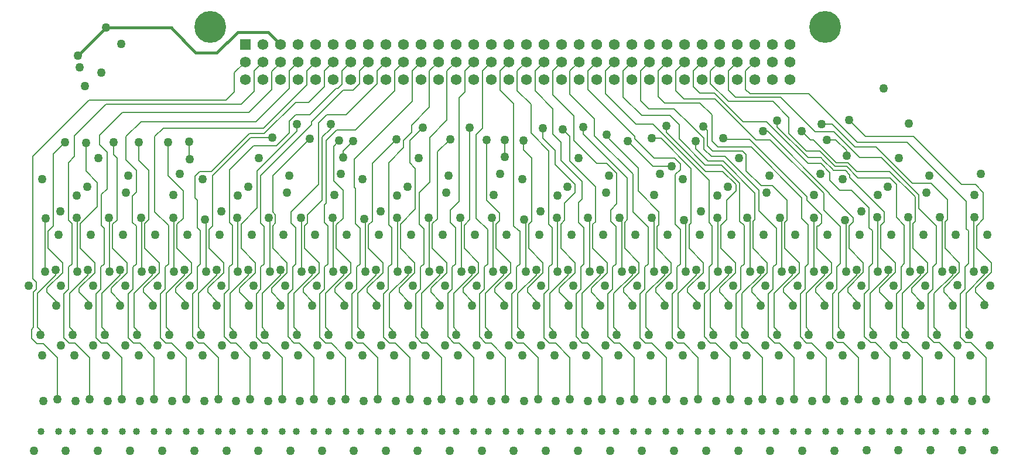
<source format=gbl>
%FSLAX24Y24*%
%MOIN*%
G70*
G01*
G75*
G04 Layer_Physical_Order=6*
G04 Layer_Color=16711680*
%ADD10R,0.0669X0.0433*%
%ADD11R,0.0433X0.0669*%
%ADD12R,0.0354X0.0276*%
%ADD13R,0.0118X0.0197*%
%ADD14R,0.0394X0.0236*%
%ADD15R,0.0197X0.0118*%
%ADD16R,0.0197X0.0354*%
%ADD17R,0.0512X0.0236*%
%ADD18R,0.0354X0.0532*%
%ADD19R,0.0532X0.0532*%
%ADD20R,0.0236X0.0394*%
%ADD21R,0.0374X0.0354*%
%ADD22R,0.0374X0.0354*%
%ADD23C,0.0070*%
%ADD24C,0.0050*%
%ADD25C,0.0051*%
%ADD26C,0.0620*%
%ADD27R,0.0620X0.0620*%
%ADD28C,0.0400*%
%ADD29C,0.1811*%
%ADD30C,0.0500*%
%ADD31C,0.0400*%
%ADD32C,0.0794*%
G04:AMPARAMS|DCode=33|XSize=99.37mil|YSize=99.37mil|CornerRadius=0mil|HoleSize=0mil|Usage=FLASHONLY|Rotation=0.000|XOffset=0mil|YOffset=0mil|HoleType=Round|Shape=Relief|Width=10mil|Gap=10mil|Entries=4|*
%AMTHD33*
7,0,0,0.0994,0.0794,0.0100,45*
%
%ADD33THD33*%
%ADD34C,0.0597*%
%ADD35C,0.1502*%
G04:AMPARAMS|DCode=36|XSize=88mil|YSize=88mil|CornerRadius=0mil|HoleSize=0mil|Usage=FLASHONLY|Rotation=0.000|XOffset=0mil|YOffset=0mil|HoleType=Round|Shape=Relief|Width=10mil|Gap=10mil|Entries=4|*
%AMTHD36*
7,0,0,0.0880,0.0680,0.0100,45*
%
%ADD36THD36*%
%ADD37C,0.0680*%
%ADD38C,0.0150*%
D23*
X53330Y24350D02*
X53378Y24302D01*
X53480Y24200D01*
X55180Y24263D02*
X55185Y24258D01*
X55300Y24143D01*
X51600Y24253D02*
X51605Y24248D01*
X51660Y24193D01*
X44240Y24262D02*
X44255Y24247D01*
X44360Y24142D01*
X46050Y24262D02*
X46060Y24252D01*
X46180Y24132D01*
X20700Y24262D02*
Y24300D01*
Y21190D02*
Y24262D01*
X17030D02*
Y24290D01*
Y21190D02*
Y24262D01*
X66400Y23800D02*
X66770Y24170D01*
X66400Y23800D02*
Y23804D01*
Y22520D02*
Y23800D01*
X45280Y28940D02*
X45620Y28600D01*
X38500Y28700D02*
Y28730D01*
Y25260D02*
Y28700D01*
X40600Y28660D02*
Y28680D01*
Y28130D02*
Y28660D01*
X29940Y22510D02*
Y23850D01*
X24510Y22510D02*
Y23890D01*
X22690Y22510D02*
Y23570D01*
X13540Y22510D02*
Y23500D01*
X13810Y27890D02*
X14480Y28560D01*
X13810Y23770D02*
Y27890D01*
X13540Y23500D02*
X13810Y23770D01*
X15370Y22510D02*
Y23902D01*
X15690Y26910D02*
Y28530D01*
Y26910D02*
X16340Y26260D01*
Y24872D02*
Y26260D01*
X15370Y23902D02*
X16340Y24872D01*
X17200Y22510D02*
Y23880D01*
X17250Y27860D02*
Y28540D01*
Y27860D02*
X17450Y27660D01*
Y24130D02*
Y27660D01*
X17200Y23880D02*
X17450Y24130D01*
X18700Y27510D02*
Y28540D01*
X19040Y22510D02*
Y23932D01*
X18700Y27510D02*
X19256Y26954D01*
Y24148D02*
Y26954D01*
X19040Y23932D02*
X19256Y24148D01*
X20870Y22510D02*
Y23870D01*
X20350Y26650D02*
Y28550D01*
Y26650D02*
X21220Y25780D01*
Y24220D02*
Y25780D01*
X20870Y23870D02*
X21220Y24220D01*
X59130Y29810D02*
X60050Y28890D01*
X62780D01*
X65534Y26136D01*
X66315D01*
X66770Y25681D01*
X64580Y22516D02*
Y24015D01*
X57550Y29580D02*
X58160D01*
X59450Y28290D01*
X60657D01*
X62727Y26220D01*
X63783D01*
X64730Y25273D01*
Y24165D02*
Y25273D01*
X64580Y24015D02*
X64730Y24165D01*
X57850Y28690D02*
X58360D01*
X58980Y28070D01*
Y27780D02*
Y28070D01*
X62760Y22516D02*
Y23920D01*
X56430Y29180D02*
X56920Y28690D01*
X57104D01*
X58404Y27390D01*
X59057D01*
X59547Y26900D01*
X61435D01*
X62890Y25445D01*
Y24050D02*
Y25445D01*
X62760Y23920D02*
X62890Y24050D01*
X55030Y29430D02*
Y29790D01*
Y29430D02*
X56790Y27670D01*
X57520D01*
X57656Y27534D01*
X57666D01*
X58230Y26970D01*
X60940Y22516D02*
Y23830D01*
X58240Y26940D02*
X58910D01*
X59170Y26680D01*
Y26556D02*
Y26680D01*
Y26556D02*
X61134Y24591D01*
Y24024D02*
Y24591D01*
X60940Y23830D02*
X61134Y24024D01*
X54220Y29170D02*
X54480D01*
X57990Y25660D01*
Y25620D02*
Y25660D01*
Y25620D02*
X59350Y24260D01*
Y24010D02*
Y24260D01*
X59140Y23800D02*
X59350Y24010D01*
X59120Y23800D02*
X59140D01*
X51960Y28770D02*
X52010Y28720D01*
X53450D01*
X56720Y25450D01*
Y25240D02*
Y25450D01*
Y25240D02*
X57550Y24410D01*
Y23950D02*
Y24410D01*
X57395Y23795D02*
X57550Y23950D01*
X57290Y23795D02*
X57395D01*
X55470Y22511D02*
Y23999D01*
X50820Y29460D02*
X51070Y29210D01*
Y28340D02*
Y29210D01*
Y28340D02*
X51350Y28060D01*
X53050D01*
X53260Y27850D01*
Y26934D02*
Y27850D01*
Y26934D02*
X54123Y26071D01*
X54770D01*
X55590Y25251D01*
Y24119D02*
Y25251D01*
X55470Y23999D02*
X55590Y24119D01*
X53770Y24155D02*
Y25660D01*
X50380Y28190D02*
Y28630D01*
Y28190D02*
X51098Y27472D01*
X51958D01*
X53770Y25660D01*
X53650Y22511D02*
Y24035D01*
X53770Y24155D01*
X51830Y22511D02*
Y23820D01*
X48730Y29117D02*
Y29480D01*
Y29117D02*
X50946Y26901D01*
X51927D01*
X52680Y26148D01*
Y25790D02*
Y26148D01*
X52150Y25260D02*
X52680Y25790D01*
X52150Y24140D02*
Y25260D01*
X51830Y23820D02*
X52150Y24140D01*
X50010Y22511D02*
Y23840D01*
X47880Y28780D02*
X48410D01*
X50130Y27060D01*
Y23960D02*
Y27060D01*
X50010Y23840D02*
X50130Y23960D01*
X25070Y28830D02*
X26280D01*
X22890Y26650D02*
X25070Y28830D01*
X22890Y23770D02*
Y26650D01*
X22690Y23570D02*
X22890Y23770D01*
X27700Y29180D02*
Y29580D01*
X25430Y26910D02*
X27700Y29180D01*
X25430Y24810D02*
Y26910D01*
X24510Y23890D02*
X25430Y24810D01*
X26320Y26660D02*
X28410Y28750D01*
X26320Y24570D02*
Y26660D01*
Y24570D02*
X26470Y24420D01*
Y23944D02*
Y24420D01*
X26320Y23794D02*
X26470Y23944D01*
X29620Y29320D02*
Y29570D01*
X29140Y28840D02*
X29620Y29320D01*
X29140Y25260D02*
Y28840D01*
X28300Y24420D02*
X29140Y25260D01*
X28300Y23964D02*
Y24420D01*
X28130Y23794D02*
X28300Y23964D01*
X29782Y28332D02*
X30100Y28650D01*
X29782Y26357D02*
Y28332D01*
Y26357D02*
X30320Y25819D01*
Y24230D02*
Y25819D01*
X29940Y23850D02*
X30320Y24230D01*
X58900Y24120D02*
X58950Y24070D01*
Y21196D02*
Y24070D01*
X60740Y24268D02*
X60770Y24238D01*
Y21196D02*
Y24238D01*
X62530Y24268D02*
X62590Y24208D01*
Y21196D02*
Y24208D01*
X64410Y21196D02*
Y24138D01*
X66230Y21200D02*
Y24230D01*
X49730Y24110D02*
X49840Y24000D01*
Y21191D02*
Y24000D01*
X51660Y21191D02*
Y24193D01*
X53480Y21191D02*
Y24200D01*
X55300Y21191D02*
Y24143D01*
X57120Y21191D02*
Y24253D01*
X40610Y24150D02*
X40710Y24050D01*
Y21190D02*
Y24050D01*
X42490Y24262D02*
X42540Y24212D01*
Y21190D02*
Y24212D01*
X44360Y21190D02*
Y24142D01*
X46180Y21190D02*
Y24132D01*
X48010Y21190D02*
Y24150D01*
X38870Y21190D02*
Y24194D01*
X37050Y21190D02*
Y24182D01*
X35230Y21190D02*
Y24172D01*
X33410Y21190D02*
Y24242D01*
X31600Y21190D02*
Y24120D01*
X29770Y21190D02*
Y24220D01*
X27960Y21190D02*
Y24202D01*
X26150Y21190D02*
Y24172D01*
X24340Y21190D02*
Y24232D01*
X22520Y21190D02*
Y24070D01*
X18870Y21190D02*
Y24172D01*
X15200Y21190D02*
Y24252D01*
X13370Y21190D02*
Y24180D01*
X59120Y22516D02*
Y23800D01*
X65010Y20999D02*
Y21296D01*
X63970Y18026D02*
X64130Y17866D01*
X63970Y19959D02*
X65010Y20999D01*
X63970Y18026D02*
Y19959D01*
X64130Y17596D02*
Y17866D01*
X65400Y21136D02*
Y21696D01*
X64580Y22516D02*
X65400Y21696D01*
X64510Y20009D02*
X65020Y19499D01*
X64510Y20246D02*
X65400Y21136D01*
X64510Y20009D02*
Y20246D01*
X65020Y19266D02*
Y19499D01*
X63190Y20999D02*
Y21296D01*
X62150Y18026D02*
X62310Y17866D01*
X62150Y19959D02*
X63190Y20999D01*
X62150Y18026D02*
Y19959D01*
X62310Y17596D02*
Y17866D01*
X63580Y21136D02*
Y21696D01*
X62760Y22516D02*
X63580Y21696D01*
X62690Y20009D02*
X63200Y19499D01*
X62690Y20246D02*
X63580Y21136D01*
X62690Y20009D02*
Y20246D01*
X63200Y19266D02*
Y19499D01*
X61370Y20999D02*
Y21296D01*
X60330Y18026D02*
X60490Y17866D01*
X60330Y19959D02*
X61370Y20999D01*
X60330Y18026D02*
Y19959D01*
X60490Y17596D02*
Y17866D01*
X61760Y21136D02*
Y21696D01*
X60940Y22516D02*
X61760Y21696D01*
X60870Y20009D02*
X61380Y19499D01*
X60870Y20246D02*
X61760Y21136D01*
X60870Y20009D02*
Y20246D01*
X61380Y19266D02*
Y19499D01*
X59550Y20999D02*
Y21296D01*
X58510Y18026D02*
X58670Y17866D01*
X58510Y19959D02*
X59550Y20999D01*
X58510Y18026D02*
Y19959D01*
X58670Y17596D02*
Y17866D01*
X59940Y21136D02*
Y21696D01*
X59120Y22516D02*
X59940Y21696D01*
X59050Y20009D02*
X59560Y19499D01*
X59050Y20246D02*
X59940Y21136D01*
X59050Y20009D02*
Y20246D01*
X59560Y19266D02*
Y19499D01*
X57720Y20994D02*
Y21291D01*
X56680Y18021D02*
X56840Y17861D01*
X56680Y19954D02*
X57720Y20994D01*
X56680Y18021D02*
Y19954D01*
X56840Y17591D02*
Y17861D01*
X58110Y21131D02*
Y21691D01*
X57290Y22511D02*
X58110Y21691D01*
X57220Y20004D02*
X57730Y19494D01*
X57220Y20241D02*
X58110Y21131D01*
X57290Y22511D02*
Y23795D01*
X57220Y20004D02*
Y20241D01*
X57730Y19261D02*
Y19494D01*
X55900Y20994D02*
Y21291D01*
X54860Y18021D02*
X55020Y17861D01*
X54860Y19954D02*
X55900Y20994D01*
X54860Y18021D02*
Y19954D01*
X55020Y17591D02*
Y17861D01*
X56290Y21131D02*
Y21691D01*
X55470Y22511D02*
X56290Y21691D01*
X55400Y20004D02*
X55910Y19494D01*
X55400Y20241D02*
X56290Y21131D01*
X55400Y20004D02*
Y20241D01*
X55910Y19261D02*
Y19494D01*
X54080Y20994D02*
Y21291D01*
X53040Y18021D02*
X53200Y17861D01*
X53040Y19954D02*
X54080Y20994D01*
X53040Y18021D02*
Y19954D01*
X53200Y17591D02*
Y17861D01*
X54470Y21131D02*
Y21691D01*
X53650Y22511D02*
X54470Y21691D01*
X53580Y20004D02*
X54090Y19494D01*
X53580Y20241D02*
X54470Y21131D01*
X53580Y20004D02*
Y20241D01*
X54090Y19261D02*
Y19494D01*
X52260Y20994D02*
Y21291D01*
X51220Y18021D02*
X51380Y17861D01*
X51220Y19954D02*
X52260Y20994D01*
X51220Y18021D02*
Y19954D01*
X51380Y17591D02*
Y17861D01*
X52650Y21131D02*
Y21691D01*
X51830Y22511D02*
X52650Y21691D01*
X51760Y20004D02*
X52270Y19494D01*
X51760Y20241D02*
X52650Y21131D01*
X51760Y20004D02*
Y20241D01*
X52270Y19261D02*
Y19494D01*
X50440Y20994D02*
Y21291D01*
X49400Y18021D02*
X49560Y17861D01*
X49400Y19954D02*
X50440Y20994D01*
X49400Y18021D02*
Y19954D01*
X49560Y17591D02*
Y17861D01*
X50830Y21131D02*
Y21691D01*
X50010Y22511D02*
X50830Y21691D01*
X49940Y20004D02*
X50450Y19494D01*
X49940Y20241D02*
X50830Y21131D01*
X49940Y20004D02*
Y20241D01*
X50450Y19261D02*
Y19494D01*
X48610Y20993D02*
Y21290D01*
X47570Y18020D02*
X47730Y17860D01*
X47570Y19953D02*
X48610Y20993D01*
X47570Y18020D02*
Y19953D01*
X47730Y17590D02*
Y17860D01*
X49000Y21130D02*
Y21690D01*
X48180Y22510D02*
X49000Y21690D01*
X48110Y20003D02*
X48620Y19493D01*
X48110Y20240D02*
X49000Y21130D01*
X48180Y22510D02*
Y23794D01*
X48110Y20003D02*
Y20240D01*
X48620Y19260D02*
Y19493D01*
X46780Y20993D02*
Y21290D01*
X45740Y18020D02*
X45900Y17860D01*
X45740Y19953D02*
X46780Y20993D01*
X45740Y18020D02*
Y19953D01*
X45900Y17590D02*
Y17860D01*
X47170Y21130D02*
Y21690D01*
X46350Y22510D02*
X47170Y21690D01*
X46280Y20003D02*
X46790Y19493D01*
X46280Y20240D02*
X47170Y21130D01*
X46280Y20003D02*
Y20240D01*
X46790Y19260D02*
Y19493D01*
X44960Y20993D02*
Y21290D01*
X43920Y18020D02*
X44080Y17860D01*
X43920Y19953D02*
X44960Y20993D01*
X43920Y18020D02*
Y19953D01*
X44080Y17590D02*
Y17860D01*
X45350Y21130D02*
Y21690D01*
X44530Y22510D02*
X45350Y21690D01*
X44460Y20003D02*
X44970Y19493D01*
X44460Y20240D02*
X45350Y21130D01*
X44460Y20003D02*
Y20240D01*
X44970Y19260D02*
Y19493D01*
X43140Y20993D02*
Y21290D01*
X42100Y18020D02*
X42260Y17860D01*
X42100Y19953D02*
X43140Y20993D01*
X42100Y18020D02*
Y19953D01*
X42260Y17590D02*
Y17860D01*
X43530Y21130D02*
Y21690D01*
X42710Y22510D02*
X43530Y21690D01*
X42640Y20003D02*
X43150Y19493D01*
X42640Y20240D02*
X43530Y21130D01*
X42640Y20003D02*
Y20240D01*
X43150Y19260D02*
Y19493D01*
X41310Y20993D02*
Y21290D01*
X40270Y18020D02*
X40430Y17860D01*
X40270Y19953D02*
X41310Y20993D01*
X40270Y18020D02*
Y19953D01*
X40430Y17590D02*
Y17860D01*
X41700Y21130D02*
Y21690D01*
X40880Y22510D02*
X41700Y21690D01*
X40810Y20003D02*
X41320Y19493D01*
X40810Y20240D02*
X41700Y21130D01*
X40810Y20003D02*
Y20240D01*
X41320Y19260D02*
Y19493D01*
X39470Y20993D02*
Y21290D01*
X38430Y18020D02*
X38590Y17860D01*
X38430Y19953D02*
X39470Y20993D01*
X38430Y18020D02*
Y19953D01*
X38590Y17590D02*
Y17860D01*
X39860Y21130D02*
Y21690D01*
X39040Y22510D02*
X39860Y21690D01*
X38970Y20003D02*
X39480Y19493D01*
X38970Y20240D02*
X39860Y21130D01*
X38970Y20003D02*
Y20240D01*
X39480Y19260D02*
Y19493D01*
X37650Y20993D02*
Y21290D01*
X36610Y18020D02*
X36770Y17860D01*
X36610Y19953D02*
X37650Y20993D01*
X36610Y18020D02*
Y19953D01*
X36770Y17590D02*
Y17860D01*
X38040Y21130D02*
Y21690D01*
X37220Y22510D02*
X38040Y21690D01*
X37150Y20003D02*
X37660Y19493D01*
X37150Y20240D02*
X38040Y21130D01*
X37150Y20003D02*
Y20240D01*
X37660Y19260D02*
Y19493D01*
X35830Y20993D02*
Y21290D01*
X34790Y18020D02*
X34950Y17860D01*
X34790Y19953D02*
X35830Y20993D01*
X34790Y18020D02*
Y19953D01*
X34950Y17590D02*
Y17860D01*
X36220Y21130D02*
Y21690D01*
X35400Y22510D02*
X36220Y21690D01*
X35330Y20003D02*
X35840Y19493D01*
X35330Y20240D02*
X36220Y21130D01*
X35330Y20003D02*
Y20240D01*
X35840Y19260D02*
Y19493D01*
X34010Y20993D02*
Y21290D01*
X32970Y18020D02*
X33130Y17860D01*
X32970Y19953D02*
X34010Y20993D01*
X32970Y18020D02*
Y19953D01*
X33130Y17590D02*
Y17860D01*
X34400Y21130D02*
Y21690D01*
X33580Y22510D02*
X34400Y21690D01*
X33510Y20003D02*
X34020Y19493D01*
X33510Y20240D02*
X34400Y21130D01*
X33510Y20003D02*
Y20240D01*
X34020Y19260D02*
Y19493D01*
X32200Y20993D02*
Y21290D01*
X31160Y18020D02*
X31320Y17860D01*
X31160Y19953D02*
X32200Y20993D01*
X31160Y18020D02*
Y19953D01*
X31320Y17590D02*
Y17860D01*
X32590Y21130D02*
Y21690D01*
X31770Y22510D02*
X32590Y21690D01*
X31700Y20003D02*
X32210Y19493D01*
X31700Y20240D02*
X32590Y21130D01*
X31700Y20003D02*
Y20240D01*
X32210Y19260D02*
Y19493D01*
X30370Y20993D02*
Y21290D01*
X29330Y18020D02*
X29490Y17860D01*
X29330Y19953D02*
X30370Y20993D01*
X29330Y18020D02*
Y19953D01*
X29490Y17590D02*
Y17860D01*
X30760Y21130D02*
Y21690D01*
X29940Y22510D02*
X30760Y21690D01*
X29870Y20003D02*
X30380Y19493D01*
X29870Y20240D02*
X30760Y21130D01*
X29870Y20003D02*
Y20240D01*
X30380Y19260D02*
Y19493D01*
X28560Y20993D02*
Y21290D01*
X27520Y18020D02*
X27680Y17860D01*
X27520Y19953D02*
X28560Y20993D01*
X27520Y18020D02*
Y19953D01*
X27680Y17590D02*
Y17860D01*
X28950Y21130D02*
Y21690D01*
X28130Y22510D02*
X28950Y21690D01*
X28060Y20003D02*
X28570Y19493D01*
X28060Y20240D02*
X28950Y21130D01*
X28130Y22510D02*
Y23794D01*
X28060Y20003D02*
Y20240D01*
X28570Y19260D02*
Y19493D01*
X26750Y20993D02*
Y21290D01*
X25710Y18020D02*
X25870Y17860D01*
X25710Y19953D02*
X26750Y20993D01*
X25710Y18020D02*
Y19953D01*
X25870Y17590D02*
Y17860D01*
X27140Y21130D02*
Y21690D01*
X26320Y22510D02*
X27140Y21690D01*
X26250Y20003D02*
X26760Y19493D01*
X26250Y20240D02*
X27140Y21130D01*
X26320Y22510D02*
Y23794D01*
X26250Y20003D02*
Y20240D01*
X26760Y19260D02*
Y19493D01*
X24940Y20993D02*
Y21290D01*
X23900Y18020D02*
X24060Y17860D01*
X23900Y19953D02*
X24940Y20993D01*
X23900Y18020D02*
Y19953D01*
X24060Y17590D02*
Y17860D01*
X25330Y21130D02*
Y21690D01*
X24510Y22510D02*
X25330Y21690D01*
X24440Y20003D02*
X24950Y19493D01*
X24440Y20240D02*
X25330Y21130D01*
X24440Y20003D02*
Y20240D01*
X24950Y19260D02*
Y19493D01*
X23120Y20993D02*
Y21290D01*
X22080Y18020D02*
X22240Y17860D01*
X22080Y19953D02*
X23120Y20993D01*
X22080Y18020D02*
Y19953D01*
X22240Y17590D02*
Y17860D01*
X23510Y21130D02*
Y21690D01*
X22690Y22510D02*
X23510Y21690D01*
X22620Y20003D02*
X23130Y19493D01*
X22620Y20240D02*
X23510Y21130D01*
X22620Y20003D02*
Y20240D01*
X23130Y19260D02*
Y19493D01*
X21300Y20993D02*
Y21290D01*
X20260Y18020D02*
X20420Y17860D01*
X20260Y19953D02*
X21300Y20993D01*
X20260Y18020D02*
Y19953D01*
X20420Y17590D02*
Y17860D01*
X21690Y21130D02*
Y21690D01*
X20870Y22510D02*
X21690Y21690D01*
X20800Y20003D02*
X21310Y19493D01*
X20800Y20240D02*
X21690Y21130D01*
X20800Y20003D02*
Y20240D01*
X21310Y19260D02*
Y19493D01*
X19470Y20993D02*
Y21290D01*
X18430Y18020D02*
X18590Y17860D01*
X18430Y19953D02*
X19470Y20993D01*
X18430Y18020D02*
Y19953D01*
X18590Y17590D02*
Y17860D01*
X19860Y21130D02*
Y21690D01*
X19040Y22510D02*
X19860Y21690D01*
X18970Y20003D02*
X19480Y19493D01*
X18970Y20240D02*
X19860Y21130D01*
X18970Y20003D02*
Y20240D01*
X19480Y19260D02*
Y19493D01*
X17630Y20993D02*
Y21290D01*
X16590Y18020D02*
X16750Y17860D01*
X16590Y19953D02*
X17630Y20993D01*
X16590Y18020D02*
Y19953D01*
X16750Y17590D02*
Y17860D01*
X18020Y21130D02*
Y21690D01*
X17200Y22510D02*
X18020Y21690D01*
X17130Y20003D02*
X17640Y19493D01*
X17130Y20240D02*
X18020Y21130D01*
X17130Y20003D02*
Y20240D01*
X17640Y19260D02*
Y19493D01*
X15800Y20993D02*
Y21290D01*
X14760Y18020D02*
X14920Y17860D01*
X14760Y19953D02*
X15800Y20993D01*
X14760Y18020D02*
Y19953D01*
X14920Y17590D02*
Y17860D01*
X16190Y21130D02*
Y21690D01*
X15370Y22510D02*
X16190Y21690D01*
X15300Y20003D02*
X15810Y19493D01*
X15300Y20240D02*
X16190Y21130D01*
X15300Y20003D02*
Y20240D01*
X15810Y19260D02*
Y19493D01*
X13970Y20993D02*
Y21290D01*
X12930Y18020D02*
X13090Y17860D01*
X12930Y19953D02*
X13970Y20993D01*
X12930Y18020D02*
Y19953D01*
X13090Y17590D02*
Y17860D01*
X14360Y21130D02*
Y21690D01*
X13540Y22510D02*
X14360Y21690D01*
X13470Y20003D02*
X13980Y19493D01*
X13470Y20240D02*
X14360Y21130D01*
X13470Y20003D02*
Y20240D01*
X13980Y19260D02*
Y19493D01*
X46520Y28620D02*
X47960Y27180D01*
X49010D01*
X39530Y27730D02*
Y28670D01*
X30330Y28050D02*
X30890Y28610D01*
X30330Y27690D02*
Y28050D01*
X65950Y17600D02*
Y17870D01*
X65790Y18030D02*
Y19963D01*
X66830Y21003D01*
X65790Y18030D02*
X65950Y17870D01*
X66830Y21003D02*
Y21300D01*
X66770Y24170D02*
Y25681D01*
X67220Y21140D02*
Y21700D01*
X66840Y19270D02*
Y19503D01*
X66400Y22520D02*
X67220Y21700D01*
X66330Y20013D02*
X66840Y19503D01*
X66330Y20250D02*
X67220Y21140D01*
X66330Y20013D02*
Y20250D01*
X21570Y27610D02*
Y28590D01*
X39040Y23900D02*
X39230Y24090D01*
Y24530D01*
X38500Y25260D02*
X39230Y24530D01*
X39040Y22510D02*
Y23900D01*
X37220Y23830D02*
X37540Y24150D01*
Y29390D01*
X37220Y22510D02*
Y23830D01*
X35400Y23910D02*
X35690Y24200D01*
Y28010D01*
X36410Y28730D01*
X35400Y22510D02*
Y23910D01*
X33580Y23892D02*
X34440Y24752D01*
Y27042D01*
X34110Y27372D02*
X34440Y27042D01*
X34110Y27372D02*
Y28660D01*
X34850Y29400D01*
X33580Y22510D02*
Y23892D01*
X31770Y23850D02*
X31980Y24060D01*
Y27360D01*
X33350Y28730D01*
X31770Y22510D02*
Y23850D01*
X40880Y23876D02*
X41070Y24066D01*
Y27660D01*
X40600Y28130D02*
X41070Y27660D01*
X40880Y22510D02*
Y23876D01*
X44530Y23870D02*
X44690Y24030D01*
X44530Y22510D02*
Y23870D01*
X42710Y23895D02*
X42920Y24105D01*
X42710Y22510D02*
Y23895D01*
X42920Y24105D02*
Y25078D01*
X43540Y25698D01*
X42388Y27290D02*
X43540Y26138D01*
X42388Y27290D02*
Y28082D01*
X41690Y28780D02*
X42388Y28082D01*
X41690Y28780D02*
Y29360D01*
X43540Y25698D02*
Y26138D01*
X44700Y25981D02*
Y26032D01*
X43240Y27492D02*
X44700Y26032D01*
X43240Y27492D02*
Y28870D01*
X42820Y29290D02*
X43240Y28870D01*
X44690Y24030D02*
Y25993D01*
X46350Y23998D02*
X46490Y24138D01*
Y26520D01*
X43990Y29020D02*
X46490Y26520D01*
X43990Y29020D02*
Y29430D01*
X46350Y22510D02*
Y23998D01*
X48180Y23794D02*
X48224D01*
X48290Y23860D01*
Y24589D01*
X47110Y25769D02*
X48290Y24589D01*
X47110Y25769D02*
Y27100D01*
X45620Y28590D02*
X47110Y27100D01*
X45620Y28590D02*
Y28600D01*
D24*
X65800Y23630D02*
X65910Y23520D01*
X65800Y23630D02*
Y25180D01*
Y23626D02*
Y23630D01*
X66930Y13924D02*
Y16300D01*
Y13826D02*
Y13924D01*
X65110Y13920D02*
Y16296D01*
Y13821D02*
Y13920D01*
X63290D02*
Y16296D01*
Y13821D02*
Y13920D01*
X61470D02*
Y16296D01*
Y13821D02*
Y13920D01*
X59650D02*
Y16296D01*
Y13821D02*
Y13920D01*
X57820Y13915D02*
Y16291D01*
Y13817D02*
Y13915D01*
X56000D02*
Y16291D01*
Y13817D02*
Y13915D01*
X54180D02*
Y16291D01*
Y13817D02*
Y13915D01*
X52360D02*
Y16291D01*
Y13817D02*
Y13915D01*
X50540D02*
Y16291D01*
Y13817D02*
Y13915D01*
X48710Y13914D02*
Y16290D01*
Y13816D02*
Y13914D01*
X46880D02*
Y16290D01*
Y13816D02*
Y13914D01*
X45060D02*
Y16290D01*
Y13816D02*
Y13914D01*
X43240D02*
Y16290D01*
Y13816D02*
Y13914D01*
X41410D02*
Y16290D01*
Y13816D02*
Y13914D01*
X39570D02*
Y16290D01*
Y13816D02*
Y13914D01*
X37750D02*
Y16290D01*
Y13816D02*
Y13914D01*
X35930D02*
Y16290D01*
Y13816D02*
Y13914D01*
X34110D02*
Y16290D01*
Y13816D02*
Y13914D01*
X34757Y33117D02*
X34820Y33180D01*
X34250Y32610D02*
X34757Y33117D01*
X32300Y13914D02*
Y16290D01*
Y13816D02*
Y13914D01*
X30470D02*
Y16290D01*
Y13816D02*
Y13914D01*
X28660D02*
Y16290D01*
Y13816D02*
Y13914D01*
X26850D02*
Y16290D01*
Y13816D02*
Y13914D01*
X25040D02*
Y16290D01*
Y13816D02*
Y13914D01*
X23220D02*
Y16290D01*
Y13816D02*
Y13914D01*
X21400D02*
Y16290D01*
Y13816D02*
Y13914D01*
X19570D02*
Y16290D01*
Y13816D02*
Y13914D01*
X26777Y33097D02*
X26840Y33160D01*
X26250Y32570D02*
X26777Y33097D01*
X17730Y13914D02*
Y16290D01*
Y13816D02*
Y13914D01*
X15900D02*
Y16290D01*
Y13816D02*
Y13914D01*
X13267Y17093D02*
X13275Y17085D01*
X14070Y13914D02*
Y16290D01*
Y13816D02*
Y13914D01*
X13246Y17114D02*
X13267Y17093D01*
X13283D01*
X12897D02*
X13267D01*
X29450Y21630D02*
Y23800D01*
X27640Y21630D02*
Y23680D01*
X25830Y21630D02*
Y23760D01*
X24020Y21630D02*
Y23830D01*
X13275Y17085D02*
X14070Y16290D01*
X12600Y17390D02*
X12897Y17093D01*
X12600Y17390D02*
Y17900D01*
X12705Y18005D01*
Y20025D01*
X12650Y20780D02*
Y27750D01*
X12705Y20025D02*
X12860Y20180D01*
Y20570D01*
X12650Y20780D02*
X12860Y20570D01*
X24140Y32514D02*
X24750Y33124D01*
X24140Y31430D02*
Y32514D01*
X23670Y30960D02*
X24140Y31430D01*
X15860Y30960D02*
X23670D01*
X12650Y27750D02*
X15860Y30960D01*
X15030Y27740D02*
Y28920D01*
X25250Y32624D02*
X25750Y33124D01*
X25250Y31440D02*
Y32624D01*
X24530Y30720D02*
X25250Y31440D01*
X16830Y30720D02*
X24530D01*
X15030Y28920D02*
X16830Y30720D01*
X16460Y28410D02*
Y28940D01*
X26250Y31540D02*
Y32570D01*
X24960Y30250D02*
X26250Y31540D01*
X17770Y30250D02*
X24960D01*
X16460Y28940D02*
X17770Y30250D01*
X17970Y27550D02*
Y28880D01*
X27260Y32634D02*
X27750Y33124D01*
X27260Y31634D02*
Y32634D01*
X25346Y29720D02*
X27260Y31634D01*
X18810Y29720D02*
X25346D01*
X17970Y28880D02*
X18810Y29720D01*
X28260Y32634D02*
X28750Y33124D01*
X28260Y31830D02*
Y32634D01*
X25790Y29360D02*
X28260Y31830D01*
X20080Y29360D02*
X25790D01*
X19590Y28870D02*
X20080Y29360D01*
X14880Y21630D02*
Y23904D01*
X14680Y27390D02*
X15030Y27740D01*
X14680Y24104D02*
Y27390D01*
Y24104D02*
X14880Y23904D01*
X16710Y21630D02*
Y23660D01*
X16460Y28410D02*
X16880Y27990D01*
Y25899D02*
Y27990D01*
X16550Y25569D02*
X16880Y25899D01*
X16550Y23820D02*
Y25569D01*
Y23820D02*
X16710Y23660D01*
X17970Y27550D02*
X18570Y26950D01*
Y25711D02*
Y26950D01*
X18330Y25471D02*
X18570Y25711D01*
X18550Y21630D02*
Y23780D01*
X18330Y24000D02*
Y25471D01*
Y24000D02*
X18550Y23780D01*
X20380Y21630D02*
Y23810D01*
X19590Y24600D02*
Y28870D01*
Y24600D02*
X20380Y23810D01*
X62420Y28560D02*
X65800Y25180D01*
X59590Y28560D02*
X62420D01*
X56840Y31310D02*
X59590Y28560D01*
X53480Y31310D02*
X56840D01*
X53240Y31550D02*
X53480Y31310D01*
X53240Y31550D02*
Y32614D01*
X52250Y32624D02*
X52750Y33124D01*
X52250Y31520D02*
Y32624D01*
Y31520D02*
X52660Y31110D01*
X55210D01*
X56810Y29510D01*
X56820D01*
X51240Y32614D02*
X51750Y33124D01*
X51240Y31900D02*
Y32614D01*
Y31900D02*
X52270Y30870D01*
X54780D01*
X55690Y29067D02*
Y29960D01*
X54780Y30870D02*
X55690Y29960D01*
X50250Y32624D02*
X50750Y33124D01*
X50250Y31730D02*
Y32624D01*
Y31730D02*
X50620Y31360D01*
X51453D01*
X53093Y29720D01*
X54410D01*
X49250Y32624D02*
X49750Y33124D01*
X49250Y31500D02*
Y32624D01*
Y31500D02*
X49720Y31030D01*
X51500D01*
X53840Y28690D01*
X64090Y21636D02*
Y23778D01*
X56820Y29510D02*
X57190Y29140D01*
X58260D01*
X59720Y27680D01*
X60970D01*
X63100Y25550D01*
Y24768D02*
Y25550D01*
Y24768D02*
X64090Y23778D01*
X55690Y29067D02*
X56707Y28050D01*
X62270Y21636D02*
Y23820D01*
X56707Y28050D02*
X57447D01*
X58327Y27170D01*
X58980D01*
X59630Y26520D01*
X61462D01*
X61820Y26162D01*
Y24270D02*
Y26162D01*
Y24270D02*
X62270Y23820D01*
X54410Y29720D02*
X56790Y27340D01*
X57520D01*
X58040Y26820D01*
Y26372D02*
Y26820D01*
Y26372D02*
X58592Y25820D01*
X59260D01*
X60270Y24810D01*
Y23696D02*
Y24810D01*
Y23696D02*
X60450Y23516D01*
X57680Y24690D02*
Y25640D01*
X53840Y28690D02*
X54630D01*
X57680Y25640D01*
X58630Y21636D02*
Y23740D01*
X57680Y24690D02*
X58630Y23740D01*
X51310Y28610D02*
Y30110D01*
X48250Y32624D02*
X48750Y33124D01*
X48250Y31150D02*
Y32624D01*
Y31150D02*
X48610Y30790D01*
X50630D01*
X51310Y30110D01*
X47250Y32624D02*
X47750Y33124D01*
X47250Y30920D02*
Y32624D01*
Y30920D02*
X47710Y30460D01*
X49170D01*
X50120Y29510D01*
X50130D01*
X46260Y32634D02*
X46750Y33124D01*
X46260Y31130D02*
Y32634D01*
Y31130D02*
X47310Y30080D01*
X48920D01*
X49450Y29550D01*
X45260Y32634D02*
X45750Y33124D01*
X45260Y31310D02*
Y32634D01*
Y31310D02*
X46990Y29580D01*
X47970D01*
X44250Y32624D02*
X44750Y33124D01*
X44250Y31550D02*
Y32624D01*
Y31550D02*
X46922Y28878D01*
Y28758D02*
Y28878D01*
X56800Y21631D02*
Y23840D01*
X51310Y28610D02*
X51650Y28270D01*
X53565D01*
X56436Y25399D01*
Y24204D02*
Y25399D01*
Y24204D02*
X56800Y23840D01*
X50130Y29510D02*
X50860Y28780D01*
Y28160D02*
Y28780D01*
Y28160D02*
X51280Y27740D01*
X52045D01*
X53980Y25805D01*
Y24660D02*
Y25805D01*
X54980Y21631D02*
Y23660D01*
X53980Y24660D02*
X54980Y23660D01*
X53160Y21631D02*
Y23810D01*
X49450Y28740D02*
Y29550D01*
Y28740D02*
X50935Y27255D01*
X51871D01*
X52903Y26224D01*
Y24067D02*
Y26224D01*
Y24067D02*
X53160Y23810D01*
X51340Y21631D02*
Y23800D01*
X47970Y29580D02*
X51160Y26390D01*
Y23980D02*
Y26390D01*
Y23980D02*
X51340Y23800D01*
X49220Y23880D02*
Y26710D01*
X49520Y21631D02*
Y23580D01*
X46922Y28758D02*
X48030Y27650D01*
X49180D01*
X49510Y27320D01*
Y27000D02*
Y27320D01*
X49220Y26710D02*
X49510Y27000D01*
X30260Y32634D02*
X30750Y33124D01*
X30260Y31840D02*
Y32634D01*
X30040Y31620D02*
X30260Y31840D01*
X29930Y31620D02*
X30040D01*
X28440Y30130D02*
X29930Y31620D01*
X27620Y30130D02*
X28440D01*
X27250Y29760D02*
X27620Y30130D01*
X27250Y29090D02*
Y29760D01*
X29250Y32624D02*
X29750Y33124D01*
X29250Y31710D02*
Y32624D01*
X28370Y30830D02*
X29250Y31710D01*
X27630Y30830D02*
X28370D01*
X25840Y29040D02*
X27630Y30830D01*
X28540Y29550D02*
Y29720D01*
X25640Y26650D02*
X28540Y29550D01*
X31250Y32624D02*
X31750Y33124D01*
X31250Y31870D02*
Y32624D01*
X30890Y31510D02*
X31250Y31870D01*
X30330Y31510D02*
X30890D01*
X28540Y29720D02*
X30330Y31510D01*
X28920Y26159D02*
Y29660D01*
X32260Y32634D02*
X32750Y33124D01*
X32260Y31880D02*
Y32634D01*
X30500Y30120D02*
X32260Y31880D01*
X29380Y30120D02*
X30500D01*
X28920Y29660D02*
X29380Y30120D01*
X33260Y32634D02*
X33750Y33124D01*
X33260Y31500D02*
Y32634D01*
X31010Y29250D02*
X33260Y31500D01*
X29970Y29250D02*
X31010D01*
X24980Y29040D02*
X25840D01*
X22810Y26870D02*
X24980Y29040D01*
X22150Y26870D02*
X22810D01*
X21905Y26625D02*
X22150Y26870D01*
X21905Y25375D02*
Y26625D01*
Y25375D02*
X22025Y25255D01*
Y23685D02*
Y25255D01*
Y23685D02*
X22200Y23510D01*
X26510Y28350D02*
X27250Y29090D01*
X25240Y28350D02*
X26510D01*
X23860Y26970D02*
X25240Y28350D01*
X23860Y23990D02*
Y26970D01*
Y23990D02*
X24020Y23830D01*
X25640Y23950D02*
Y26650D01*
Y23950D02*
X25830Y23760D01*
X27362Y23958D02*
Y24601D01*
X28920Y26159D01*
X27362Y23958D02*
X27640Y23680D01*
X29360Y25090D02*
Y28640D01*
X29970Y29250D01*
X29250Y24980D02*
X29360Y25090D01*
X29250Y24000D02*
Y24980D01*
Y24000D02*
X29450Y23800D01*
X53240Y32614D02*
X53750Y33124D01*
X63900Y21446D02*
X64090Y21636D01*
X63900Y20190D02*
Y21446D01*
X63638Y19928D02*
X63900Y20190D01*
X63638Y17472D02*
X63974Y17136D01*
X64286Y17120D02*
X65110Y16296D01*
X63974Y17136D02*
X64286D01*
X63638Y17472D02*
Y19928D01*
X62080Y21446D02*
X62270Y21636D01*
X62080Y20190D02*
Y21446D01*
X61818Y19928D02*
X62080Y20190D01*
X61818Y17462D02*
X62144Y17136D01*
X62466Y17120D02*
X63290Y16296D01*
X62144Y17136D02*
X62466D01*
X61818Y17462D02*
Y19928D01*
X60450Y21636D02*
Y23516D01*
X60260Y21446D02*
X60450Y21636D01*
X60260Y20190D02*
Y21446D01*
X59998Y19928D02*
X60260Y20190D01*
X59998Y17482D02*
X60344Y17136D01*
X60646Y17120D02*
X61470Y16296D01*
X60344Y17136D02*
X60646D01*
X59998Y17482D02*
Y19928D01*
X58440Y21446D02*
X58630Y21636D01*
X58440Y20186D02*
Y21446D01*
X58178Y19925D02*
X58440Y20186D01*
X58178Y17432D02*
X58474Y17136D01*
X58826Y17120D02*
X59650Y16296D01*
X58474Y17136D02*
X58826D01*
X58178Y17432D02*
Y19925D01*
X56610Y21441D02*
X56800Y21631D01*
X56610Y20188D02*
Y21441D01*
X56348Y19926D02*
X56610Y20188D01*
X56348Y17472D02*
X56689Y17131D01*
X56996Y17115D02*
X57820Y16291D01*
X56689Y17131D02*
X56996D01*
X56348Y17472D02*
Y19926D01*
X54790Y21441D02*
X54980Y21631D01*
X54790Y20186D02*
Y21441D01*
X54528Y19924D02*
X54790Y20186D01*
X54528Y17482D02*
X54879Y17131D01*
X55176Y17115D02*
X56000Y16291D01*
X54879Y17131D02*
X55176D01*
X54528Y17482D02*
Y19924D01*
X52970Y21441D02*
X53160Y21631D01*
X52970Y20188D02*
Y21441D01*
X52708Y19926D02*
X52970Y20188D01*
X52708Y17482D02*
X53059Y17131D01*
X53356Y17115D02*
X54180Y16291D01*
X53059Y17131D02*
X53356D01*
X52708Y17482D02*
Y19926D01*
X51150Y21441D02*
X51340Y21631D01*
X51150Y20190D02*
Y21441D01*
X50888Y19928D02*
X51150Y20190D01*
X50888Y17482D02*
X51239Y17131D01*
X51536Y17115D02*
X52360Y16291D01*
X51239Y17131D02*
X51536D01*
X50888Y17482D02*
Y19928D01*
X49330Y21441D02*
X49520Y21631D01*
X49330Y20184D02*
Y21441D01*
X49068Y19922D02*
X49330Y20184D01*
X49068Y17427D02*
X49364Y17131D01*
X49716Y17115D02*
X50540Y16291D01*
X49364Y17131D02*
X49716D01*
X49068Y17427D02*
Y19922D01*
X47500Y21440D02*
X47690Y21630D01*
X47500Y20180D02*
Y21440D01*
X47238Y19918D02*
X47500Y20180D01*
X47238Y17426D02*
X47534Y17130D01*
X47886Y17114D02*
X48710Y16290D01*
X47534Y17130D02*
X47886D01*
X47238Y17426D02*
Y19918D01*
X45670Y21440D02*
X45860Y21630D01*
X45670Y20180D02*
Y21440D01*
X45408Y19918D02*
X45670Y20180D01*
X45408Y17475D02*
X45754Y17130D01*
X46056Y17114D02*
X46880Y16290D01*
X45754Y17130D02*
X46056D01*
X45408Y17475D02*
Y19918D01*
X43850Y21440D02*
X44040Y21630D01*
X43850Y20180D02*
Y21440D01*
X43588Y19918D02*
X43850Y20180D01*
X43588Y17472D02*
X43930Y17130D01*
X44236Y17114D02*
X45060Y16290D01*
X43930Y17130D02*
X44236D01*
X43588Y17472D02*
Y19918D01*
X42030Y21440D02*
X42220Y21630D01*
X42030Y20180D02*
Y21440D01*
X41768Y19918D02*
X42030Y20180D01*
X41768Y17426D02*
X42064Y17130D01*
X42416Y17114D02*
X43240Y16290D01*
X42064Y17130D02*
X42416D01*
X41768Y17426D02*
Y19918D01*
X40390Y21630D02*
Y23510D01*
X40200Y21440D02*
X40390Y21630D01*
X40200Y20180D02*
Y21440D01*
X39938Y19918D02*
X40200Y20180D01*
X39938Y17426D02*
X40234Y17130D01*
X40586Y17114D02*
X41410Y16290D01*
X40234Y17130D02*
X40586D01*
X39938Y17426D02*
Y19918D01*
X38360Y21440D02*
X38550Y21630D01*
X38360Y20180D02*
Y21440D01*
X38098Y19918D02*
X38360Y20180D01*
X38098Y17472D02*
X38440Y17130D01*
X38746Y17114D02*
X39570Y16290D01*
X38440Y17130D02*
X38746D01*
X38098Y17472D02*
Y19918D01*
X36540Y21440D02*
X36730Y21630D01*
X36540Y20200D02*
Y21440D01*
X36278Y19938D02*
X36540Y20200D01*
X36278Y17472D02*
X36620Y17130D01*
X36926Y17114D02*
X37750Y16290D01*
X36620Y17130D02*
X36926D01*
X36278Y17472D02*
Y19938D01*
X34720Y21440D02*
X34910Y21630D01*
X34720Y20180D02*
Y21440D01*
X34458Y19918D02*
X34720Y20180D01*
X34458Y17479D02*
X34808Y17130D01*
X35106Y17114D02*
X35930Y16290D01*
X34808Y17130D02*
X35106D01*
X34458Y17479D02*
Y19918D01*
X32900Y21440D02*
X33090Y21630D01*
X32900Y20190D02*
Y21440D01*
X32638Y19928D02*
X32900Y20190D01*
X32638Y17452D02*
X32960Y17130D01*
X33286Y17114D02*
X34110Y16290D01*
X32960Y17130D02*
X33286D01*
X32638Y17452D02*
Y19928D01*
X31090Y21440D02*
X31280Y21630D01*
X31090Y20180D02*
Y21440D01*
X30828Y19918D02*
X31090Y20180D01*
X30828Y17426D02*
X31124Y17130D01*
X31476Y17114D02*
X32300Y16290D01*
X31124Y17130D02*
X31476D01*
X30828Y17426D02*
Y19918D01*
X29260Y21440D02*
X29450Y21630D01*
X29260Y20180D02*
Y21440D01*
X28998Y19918D02*
X29260Y20180D01*
X28998Y17452D02*
X29320Y17130D01*
X29646Y17114D02*
X30470Y16290D01*
X29320Y17130D02*
X29646D01*
X28998Y17452D02*
Y19918D01*
X27450Y21440D02*
X27640Y21630D01*
X27450Y20190D02*
Y21440D01*
X27188Y19928D02*
X27450Y20190D01*
X27188Y17472D02*
X27530Y17130D01*
X27836Y17114D02*
X28660Y16290D01*
X27530Y17130D02*
X27836D01*
X27188Y17472D02*
Y19928D01*
X25640Y21440D02*
X25830Y21630D01*
X25640Y20180D02*
Y21440D01*
X25378Y19918D02*
X25640Y20180D01*
X25378Y17462D02*
X25710Y17130D01*
X26026Y17114D02*
X26850Y16290D01*
X25710Y17130D02*
X26026D01*
X25378Y17462D02*
Y19918D01*
X23830Y21440D02*
X24020Y21630D01*
X23830Y20180D02*
Y21440D01*
X23568Y19918D02*
X23830Y20180D01*
X23568Y17472D02*
X23910Y17130D01*
X24216Y17114D02*
X25040Y16290D01*
X23910Y17130D02*
X24216D01*
X23568Y17472D02*
Y19918D01*
X22200Y21630D02*
Y23510D01*
X22010Y21440D02*
X22200Y21630D01*
X22010Y20180D02*
Y21440D01*
X21748Y19918D02*
X22010Y20180D01*
X21748Y17472D02*
X22090Y17130D01*
X22396Y17114D02*
X23220Y16290D01*
X22090Y17130D02*
X22396D01*
X21748Y17472D02*
Y19918D01*
X20190Y21440D02*
X20380Y21630D01*
X20190Y20180D02*
Y21440D01*
X19928Y19918D02*
X20190Y20180D01*
X19928Y17426D02*
X20224Y17130D01*
X20576Y17114D02*
X21400Y16290D01*
X20224Y17130D02*
X20576D01*
X19928Y17426D02*
Y19918D01*
X18360Y21440D02*
X18550Y21630D01*
X18360Y20180D02*
Y21440D01*
X18098Y19918D02*
X18360Y20180D01*
X18098Y17426D02*
X18394Y17130D01*
X18746Y17114D02*
X19570Y16290D01*
X18394Y17130D02*
X18746D01*
X18098Y17426D02*
Y19918D01*
X16520Y21440D02*
X16710Y21630D01*
X16520Y20184D02*
Y21440D01*
X16258Y19922D02*
X16520Y20184D01*
X16258Y17426D02*
X16554Y17130D01*
X16906Y17114D02*
X17730Y16290D01*
X16554Y17130D02*
X16906D01*
X16258Y17426D02*
Y19922D01*
X14690Y21440D02*
X14880Y21630D01*
X14690Y20190D02*
Y21440D01*
X14428Y19928D02*
X14690Y20190D01*
X14428Y17426D02*
X14724Y17130D01*
X15076Y17114D02*
X15900Y16290D01*
X14724Y17130D02*
X15076D01*
X14428Y17426D02*
Y19928D01*
X65720Y20190D02*
Y21450D01*
X65760Y17140D02*
X66106D01*
Y17124D02*
X66930Y16300D01*
X65910Y21640D02*
Y23520D01*
X65720Y21450D02*
X65910Y21640D01*
X65458Y17442D02*
X65760Y17140D01*
X65458Y17442D02*
Y19928D01*
X65720Y20190D01*
X37900Y24230D02*
X38550Y23580D01*
Y21630D02*
Y23580D01*
X36442Y23968D02*
X36730Y23680D01*
X36442Y23968D02*
Y24698D01*
X36920Y25176D01*
X36730Y21630D02*
Y23680D01*
X34650Y23880D02*
X34910Y23620D01*
X34650Y23880D02*
Y25689D01*
X35260Y26299D01*
X34910Y21630D02*
Y23620D01*
X32910Y23860D02*
X33090Y23680D01*
X32910Y23860D02*
Y27400D01*
X33770Y28260D01*
Y28665D01*
X34220Y29115D01*
X33090Y21630D02*
Y23680D01*
X31020Y23920D02*
X31280Y23660D01*
X31020Y23920D02*
Y25920D01*
X30970Y25970D02*
X31020Y25920D01*
X31280Y21630D02*
Y23660D01*
X37900Y28990D02*
X38260Y29350D01*
Y32634D01*
X38750Y33124D01*
X37900Y24230D02*
Y28990D01*
X36920Y31080D02*
X37260Y31420D01*
Y32634D01*
X37750Y33124D01*
X36920Y25176D02*
Y31080D01*
X35260Y28830D02*
X36240Y29810D01*
Y32614D01*
X36750Y33124D01*
X35260Y26299D02*
Y28830D01*
X34220Y29115D02*
Y29530D01*
X35240Y30550D01*
Y32614D01*
X35750Y33124D01*
X30970Y27600D02*
X34250Y30880D01*
Y32610D01*
X30970Y25970D02*
Y27600D01*
X40310Y23510D02*
X40390D01*
X40040Y23780D02*
X40310Y23510D01*
X42030Y23880D02*
X42220Y23690D01*
X42030Y23880D02*
Y28050D01*
X41010Y29070D02*
X42030Y28050D01*
X42220Y21630D02*
Y23690D01*
X43740Y23980D02*
X44040Y23680D01*
X43740Y23980D02*
Y25120D01*
X43934Y25314D01*
Y26311D01*
X42740Y27505D02*
X43934Y26311D01*
X42740Y27505D02*
Y28550D01*
X42260Y29030D02*
X42740Y28550D01*
X44040Y21630D02*
Y23680D01*
X45552Y24058D02*
X45860Y23750D01*
X45552Y24058D02*
Y24688D01*
X45900Y25036D01*
Y26790D01*
X45331Y27359D02*
X45900Y26790D01*
X44761Y27359D02*
X45331D01*
X43460Y28660D02*
X44761Y27359D01*
X45860Y21630D02*
Y23750D01*
X46810Y24600D02*
X47690Y23720D01*
X46810Y24600D02*
Y26740D01*
X44620Y28930D02*
X46810Y26740D01*
X47690Y21630D02*
Y23720D01*
X39250Y31530D02*
X40040Y30740D01*
X39250Y31530D02*
Y32624D01*
X39750Y33124D01*
X40040Y23780D02*
Y30740D01*
X40240Y31490D02*
X41010Y30720D01*
X40240Y31490D02*
Y32614D01*
X41010Y29070D02*
Y30720D01*
X40240Y32614D02*
X40750Y33124D01*
X41250Y31470D02*
X42260Y30460D01*
X41250Y31470D02*
Y32624D01*
X41750Y33124D01*
X42260Y29030D02*
Y30460D01*
X42250Y31260D02*
X43460Y30050D01*
X42250Y31260D02*
Y32624D01*
X43460Y28660D02*
Y30050D01*
X42250Y32624D02*
X42750Y33124D01*
X43240Y31280D02*
X44620Y29900D01*
X43240Y31280D02*
Y32614D01*
X43750Y33124D01*
X44620Y28930D02*
Y29900D01*
X49220Y23880D02*
X49520Y23580D01*
D26*
X55750Y34124D02*
D03*
X53750D02*
D03*
X52750D02*
D03*
X54750D02*
D03*
X49750D02*
D03*
X44750D02*
D03*
X39750D02*
D03*
X34750D02*
D03*
X29750D02*
D03*
X47750D02*
D03*
X42750D02*
D03*
X36750D02*
D03*
X31750D02*
D03*
X28750D02*
D03*
X40750Y33124D02*
D03*
X39750D02*
D03*
X38750D02*
D03*
X37750D02*
D03*
X36750D02*
D03*
X35750D02*
D03*
X34750D02*
D03*
X33750D02*
D03*
X32750D02*
D03*
X31750D02*
D03*
X30750D02*
D03*
X29750D02*
D03*
X28750D02*
D03*
X27750D02*
D03*
X26750D02*
D03*
X25750D02*
D03*
X24750D02*
D03*
X53750Y32124D02*
D03*
X52750D02*
D03*
X51750D02*
D03*
X50750D02*
D03*
X49750D02*
D03*
X48750D02*
D03*
X47750D02*
D03*
X46750D02*
D03*
X45750D02*
D03*
X44750D02*
D03*
X43750D02*
D03*
X42750D02*
D03*
X41750D02*
D03*
X40750D02*
D03*
X39750D02*
D03*
X38750D02*
D03*
X37750D02*
D03*
X36750D02*
D03*
X35750D02*
D03*
X34750D02*
D03*
X33750D02*
D03*
X32750D02*
D03*
X31750D02*
D03*
X28750D02*
D03*
X27750D02*
D03*
X26750D02*
D03*
X30750D02*
D03*
X25750D02*
D03*
X29750D02*
D03*
X24750D02*
D03*
X54750D02*
D03*
X51750Y33124D02*
D03*
X48750D02*
D03*
X45750D02*
D03*
X44750D02*
D03*
X46750D02*
D03*
X47750D02*
D03*
X49750D02*
D03*
X50750D02*
D03*
X52750D02*
D03*
X53750D02*
D03*
X54750D02*
D03*
X51750Y34124D02*
D03*
X48750D02*
D03*
X45750D02*
D03*
X25750D02*
D03*
X37750D02*
D03*
X38750D02*
D03*
X40750D02*
D03*
X41750D02*
D03*
X43750D02*
D03*
X42750Y33124D02*
D03*
X43750D02*
D03*
X46750Y34124D02*
D03*
X50750D02*
D03*
X55750Y32124D02*
D03*
X35750Y34124D02*
D03*
X33750D02*
D03*
X32750D02*
D03*
X30750D02*
D03*
X27750D02*
D03*
X41750Y33124D02*
D03*
X26750Y34124D02*
D03*
X55750Y33124D02*
D03*
D27*
X24750Y34124D02*
D03*
D28*
X14110Y12090D02*
D03*
X13110D02*
D03*
X25030D02*
D03*
X24030D02*
D03*
X59610Y12096D02*
D03*
X58610D02*
D03*
X65070D02*
D03*
X64070D02*
D03*
X32310Y12090D02*
D03*
X31310D02*
D03*
X21390D02*
D03*
X20390D02*
D03*
X54150Y12091D02*
D03*
X53150D02*
D03*
X52330D02*
D03*
X51330D02*
D03*
X57790D02*
D03*
X56790D02*
D03*
X50510D02*
D03*
X49510D02*
D03*
X30490Y12090D02*
D03*
X29490D02*
D03*
X26850D02*
D03*
X25850D02*
D03*
X39590D02*
D03*
X38590D02*
D03*
X63250Y12096D02*
D03*
X62250D02*
D03*
X37770Y12090D02*
D03*
X36770D02*
D03*
X55970Y12091D02*
D03*
X54970D02*
D03*
X35950Y12090D02*
D03*
X34950D02*
D03*
X41410D02*
D03*
X40410D02*
D03*
X66890Y12100D02*
D03*
X65890D02*
D03*
X15930Y12090D02*
D03*
X14930D02*
D03*
X46870D02*
D03*
X45870D02*
D03*
X19570D02*
D03*
X18570D02*
D03*
X48690D02*
D03*
X47690D02*
D03*
X61430Y12096D02*
D03*
X60430D02*
D03*
X28670Y12090D02*
D03*
X27670D02*
D03*
X34130D02*
D03*
X33130D02*
D03*
X17750D02*
D03*
X16750D02*
D03*
X23210D02*
D03*
X22210D02*
D03*
X45050D02*
D03*
X44050D02*
D03*
X43230D02*
D03*
X42230D02*
D03*
D29*
X22750Y35124D02*
D03*
X57750D02*
D03*
D30*
X62530Y29620D02*
D03*
X15230Y33470D02*
D03*
X16834Y35074D02*
D03*
X15623Y31753D02*
D03*
X16560Y32520D02*
D03*
X15970Y23280D02*
D03*
X17800D02*
D03*
X19640D02*
D03*
X21470D02*
D03*
X23290D02*
D03*
X25110D02*
D03*
X26920D02*
D03*
X28730D02*
D03*
X30540D02*
D03*
X32370D02*
D03*
X36000D02*
D03*
X34180D02*
D03*
X37820D02*
D03*
X39640D02*
D03*
X41480D02*
D03*
X43310D02*
D03*
X45130D02*
D03*
X48780D02*
D03*
X46950D02*
D03*
X50610Y23281D02*
D03*
X52430D02*
D03*
X54250D02*
D03*
X56070D02*
D03*
X57890D02*
D03*
X59720Y23286D02*
D03*
X63360D02*
D03*
X61540D02*
D03*
X65180D02*
D03*
X12710Y11000D02*
D03*
X67150Y20400D02*
D03*
X14480Y28560D02*
D03*
X15690Y28530D02*
D03*
X17250Y28540D02*
D03*
X18700D02*
D03*
X20350Y28550D02*
D03*
X59130Y29810D02*
D03*
X57550Y29580D02*
D03*
X56430Y29180D02*
D03*
X55030Y29790D02*
D03*
X54220Y29170D02*
D03*
X29620Y29570D02*
D03*
X27700Y29580D02*
D03*
X26280Y28830D02*
D03*
X28410Y28750D02*
D03*
X30100Y28650D02*
D03*
X66270Y24270D02*
D03*
X64290Y24268D02*
D03*
X62500D02*
D03*
X60740D02*
D03*
X58900Y24120D02*
D03*
X49730Y24110D02*
D03*
X51620Y24263D02*
D03*
X53340D02*
D03*
X55190D02*
D03*
X57120Y24253D02*
D03*
X40610Y24150D02*
D03*
X42480Y24262D02*
D03*
X44270D02*
D03*
X46070D02*
D03*
X47898D02*
D03*
X38802D02*
D03*
X36990D02*
D03*
X35180D02*
D03*
X33380D02*
D03*
X31520Y24200D02*
D03*
X29728Y24262D02*
D03*
X27910D02*
D03*
X26080D02*
D03*
X24290D02*
D03*
X22450Y24140D02*
D03*
X20650Y24262D02*
D03*
X18810D02*
D03*
X16990D02*
D03*
X15160D02*
D03*
X13403Y24213D02*
D03*
X64220Y16426D02*
D03*
X65110Y13920D02*
D03*
X64410Y21196D02*
D03*
X63470Y20400D02*
D03*
X65010Y21296D02*
D03*
X64130Y17596D02*
D03*
X65020Y19266D02*
D03*
X64310Y13821D02*
D03*
X65570Y11006D02*
D03*
X62400Y16426D02*
D03*
X63290Y13920D02*
D03*
X62590Y21196D02*
D03*
X61650Y20400D02*
D03*
X63190Y21296D02*
D03*
X62310Y17596D02*
D03*
X63200Y19266D02*
D03*
X62490Y13821D02*
D03*
X63750Y11006D02*
D03*
X60580Y16426D02*
D03*
X61470Y13920D02*
D03*
X60770Y21196D02*
D03*
X59830Y20400D02*
D03*
X61370Y21296D02*
D03*
X60490Y17596D02*
D03*
X61380Y19266D02*
D03*
X60670Y13821D02*
D03*
X61930Y11006D02*
D03*
X58760Y16426D02*
D03*
X59650Y13920D02*
D03*
X58950Y21196D02*
D03*
X58010Y20400D02*
D03*
X59550Y21296D02*
D03*
X58670Y17596D02*
D03*
X59560Y19266D02*
D03*
X58850Y13821D02*
D03*
X60110Y11006D02*
D03*
X56930Y16421D02*
D03*
X57820Y13915D02*
D03*
X57120Y21191D02*
D03*
X56180Y20395D02*
D03*
X57720Y21291D02*
D03*
X56840Y17591D02*
D03*
X57730Y19261D02*
D03*
X57020Y13817D02*
D03*
X58280Y11001D02*
D03*
X55110Y16421D02*
D03*
X56000Y13915D02*
D03*
X55300Y21191D02*
D03*
X54360Y20395D02*
D03*
X55900Y21291D02*
D03*
X55020Y17591D02*
D03*
X55910Y19261D02*
D03*
X55200Y13817D02*
D03*
X56460Y11001D02*
D03*
X53290Y16421D02*
D03*
X54180Y13915D02*
D03*
X53480Y21191D02*
D03*
X52540Y20395D02*
D03*
X54080Y21291D02*
D03*
X53200Y17591D02*
D03*
X54090Y19261D02*
D03*
X53380Y13817D02*
D03*
X54640Y11001D02*
D03*
X51470Y16421D02*
D03*
X52360Y13915D02*
D03*
X51660Y21191D02*
D03*
X50720Y20395D02*
D03*
X52260Y21291D02*
D03*
X51380Y17591D02*
D03*
X52270Y19261D02*
D03*
X51560Y13817D02*
D03*
X52820Y11001D02*
D03*
X49650Y16421D02*
D03*
X50540Y13915D02*
D03*
X49840Y21191D02*
D03*
X48900Y20395D02*
D03*
X50440Y21291D02*
D03*
X49560Y17591D02*
D03*
X50450Y19261D02*
D03*
X49740Y13817D02*
D03*
X51000Y11001D02*
D03*
X47820Y16420D02*
D03*
X48710Y13914D02*
D03*
X48010Y21190D02*
D03*
X47070Y20394D02*
D03*
X48610Y21290D02*
D03*
X47730Y17590D02*
D03*
X48620Y19260D02*
D03*
X47910Y13816D02*
D03*
X49170Y11000D02*
D03*
X45990Y16420D02*
D03*
X46880Y13914D02*
D03*
X46180Y21190D02*
D03*
X45240Y20394D02*
D03*
X46780Y21290D02*
D03*
X45900Y17590D02*
D03*
X46790Y19260D02*
D03*
X46080Y13816D02*
D03*
X47340Y11000D02*
D03*
X44170Y16420D02*
D03*
X45060Y13914D02*
D03*
X44360Y21190D02*
D03*
X43420Y20394D02*
D03*
X44960Y21290D02*
D03*
X44080Y17590D02*
D03*
X44970Y19260D02*
D03*
X44260Y13816D02*
D03*
X45520Y11000D02*
D03*
X42350Y16420D02*
D03*
X43240Y13914D02*
D03*
X42540Y21190D02*
D03*
X41600Y20394D02*
D03*
X43140Y21290D02*
D03*
X42260Y17590D02*
D03*
X43150Y19260D02*
D03*
X42440Y13816D02*
D03*
X43700Y11000D02*
D03*
X40520Y16420D02*
D03*
X41410Y13914D02*
D03*
X40710Y21190D02*
D03*
X39770Y20394D02*
D03*
X41310Y21290D02*
D03*
X40430Y17590D02*
D03*
X41320Y19260D02*
D03*
X40610Y13816D02*
D03*
X41870Y11000D02*
D03*
X38680Y16420D02*
D03*
X39570Y13914D02*
D03*
X38870Y21190D02*
D03*
X37930Y20394D02*
D03*
X39470Y21290D02*
D03*
X38590Y17590D02*
D03*
X39480Y19260D02*
D03*
X38770Y13816D02*
D03*
X40030Y11000D02*
D03*
X36860Y16420D02*
D03*
X37750Y13914D02*
D03*
X37050Y21190D02*
D03*
X36110Y20394D02*
D03*
X37650Y21290D02*
D03*
X36770Y17590D02*
D03*
X37660Y19260D02*
D03*
X36950Y13816D02*
D03*
X38210Y11000D02*
D03*
X35040Y16420D02*
D03*
X35930Y13914D02*
D03*
X35230Y21190D02*
D03*
X34290Y20394D02*
D03*
X35830Y21290D02*
D03*
X34950Y17590D02*
D03*
X35840Y19260D02*
D03*
X35130Y13816D02*
D03*
X36390Y11000D02*
D03*
X33220Y16420D02*
D03*
X34110Y13914D02*
D03*
X33410Y21190D02*
D03*
X32470Y20394D02*
D03*
X34010Y21290D02*
D03*
X33130Y17590D02*
D03*
X34020Y19260D02*
D03*
X33310Y13816D02*
D03*
X34570Y11000D02*
D03*
X31410Y16420D02*
D03*
X32300Y13914D02*
D03*
X31600Y21190D02*
D03*
X30660Y20394D02*
D03*
X32200Y21290D02*
D03*
X31320Y17590D02*
D03*
X32210Y19260D02*
D03*
X31500Y13816D02*
D03*
X32760Y11000D02*
D03*
X29580Y16420D02*
D03*
X30470Y13914D02*
D03*
X29770Y21190D02*
D03*
X28830Y20394D02*
D03*
X30370Y21290D02*
D03*
X29490Y17590D02*
D03*
X30380Y19260D02*
D03*
X29670Y13816D02*
D03*
X30930Y11000D02*
D03*
X27770Y16420D02*
D03*
X28660Y13914D02*
D03*
X27960Y21190D02*
D03*
X27020Y20394D02*
D03*
X28560Y21290D02*
D03*
X27680Y17590D02*
D03*
X28570Y19260D02*
D03*
X27860Y13816D02*
D03*
X29120Y11000D02*
D03*
X25960Y16420D02*
D03*
X26850Y13914D02*
D03*
X26150Y21190D02*
D03*
X25210Y20394D02*
D03*
X26750Y21290D02*
D03*
X25870Y17590D02*
D03*
X26760Y19260D02*
D03*
X26050Y13816D02*
D03*
X27310Y11000D02*
D03*
X24150Y16420D02*
D03*
X25040Y13914D02*
D03*
X24340Y21190D02*
D03*
X23400Y20394D02*
D03*
X24940Y21290D02*
D03*
X24060Y17590D02*
D03*
X24950Y19260D02*
D03*
X24240Y13816D02*
D03*
X25500Y11000D02*
D03*
X22330Y16420D02*
D03*
X23220Y13914D02*
D03*
X22520Y21190D02*
D03*
X21580Y20394D02*
D03*
X23120Y21290D02*
D03*
X22240Y17590D02*
D03*
X23130Y19260D02*
D03*
X22420Y13816D02*
D03*
X23680Y11000D02*
D03*
X20510Y16420D02*
D03*
X21400Y13914D02*
D03*
X20700Y21190D02*
D03*
X19760Y20394D02*
D03*
X21300Y21290D02*
D03*
X20420Y17590D02*
D03*
X21310Y19260D02*
D03*
X20600Y13816D02*
D03*
X21860Y11000D02*
D03*
X18680Y16420D02*
D03*
X19570Y13914D02*
D03*
X18870Y21190D02*
D03*
X17930Y20394D02*
D03*
X19470Y21290D02*
D03*
X18590Y17590D02*
D03*
X19480Y19260D02*
D03*
X18770Y13816D02*
D03*
X20030Y11000D02*
D03*
X16840Y16420D02*
D03*
X17730Y13914D02*
D03*
X17030Y21190D02*
D03*
X16090Y20394D02*
D03*
X17630Y21290D02*
D03*
X16750Y17590D02*
D03*
X17640Y19260D02*
D03*
X16930Y13816D02*
D03*
X18190Y11000D02*
D03*
X15010Y16420D02*
D03*
X15900Y13914D02*
D03*
X15200Y21190D02*
D03*
X14260Y20394D02*
D03*
X15800Y21290D02*
D03*
X14920Y17590D02*
D03*
X15810Y19260D02*
D03*
X15100Y13816D02*
D03*
X16360Y11000D02*
D03*
X13180Y16420D02*
D03*
X14070Y13914D02*
D03*
X13370Y21190D02*
D03*
X12430Y20394D02*
D03*
X14140Y23280D02*
D03*
X13970Y21290D02*
D03*
X13090Y17590D02*
D03*
X13980Y19260D02*
D03*
X13270Y13816D02*
D03*
X14530Y11000D02*
D03*
X67390Y11010D02*
D03*
X65290Y20404D02*
D03*
X66230Y21200D02*
D03*
X17699Y34151D02*
D03*
X15330Y32810D02*
D03*
X49010Y27180D02*
D03*
X46520Y28620D02*
D03*
X39520Y28680D02*
D03*
X30890Y28610D02*
D03*
X66610Y26746D02*
D03*
X63688Y26646D02*
D03*
X61340Y26016D02*
D03*
X61080Y31630D02*
D03*
X67000Y23290D02*
D03*
X59810Y24610D02*
D03*
X57500Y26741D02*
D03*
X54578Y26641D02*
D03*
X52230Y26011D02*
D03*
X48370Y26740D02*
D03*
X50700Y24605D02*
D03*
X45448Y26640D02*
D03*
X43100Y26010D02*
D03*
X39260Y26740D02*
D03*
X41570Y24604D02*
D03*
X66130Y13826D02*
D03*
X36338Y26640D02*
D03*
X33990Y26010D02*
D03*
X32460Y24604D02*
D03*
X30180Y26740D02*
D03*
X27258Y26640D02*
D03*
X24910Y26010D02*
D03*
X23380Y24604D02*
D03*
X21030Y26740D02*
D03*
X18108Y26640D02*
D03*
X15760Y26010D02*
D03*
X65950Y17600D02*
D03*
X66830Y21300D02*
D03*
X66930Y13924D02*
D03*
X60750Y25536D02*
D03*
X51640Y25531D02*
D03*
X42510Y25530D02*
D03*
X24320D02*
D03*
X15170D02*
D03*
X33400D02*
D03*
X66040Y16430D02*
D03*
X66840Y19270D02*
D03*
X21590Y27590D02*
D03*
X21570Y28590D02*
D03*
X30330Y27690D02*
D03*
X39530Y27730D02*
D03*
X57850Y28690D02*
D03*
X58980Y27780D02*
D03*
X38500Y28700D02*
D03*
X37540Y29390D02*
D03*
X36410Y28730D02*
D03*
X34850Y29400D02*
D03*
X33350Y28730D02*
D03*
X40600Y28660D02*
D03*
X41690Y29360D02*
D03*
X42820Y29290D02*
D03*
X43990Y29430D02*
D03*
X45340Y29000D02*
D03*
X47880Y28780D02*
D03*
X48730Y29480D02*
D03*
X50380Y28630D02*
D03*
X50820Y29460D02*
D03*
X51960Y28770D02*
D03*
X48010Y25560D02*
D03*
X38900D02*
D03*
X57140Y25561D02*
D03*
X66250Y25566D02*
D03*
X17960Y25680D02*
D03*
X27110D02*
D03*
X36190D02*
D03*
X45300D02*
D03*
X16390Y27660D02*
D03*
X63540Y25686D02*
D03*
X13180Y26440D02*
D03*
X34620Y27660D02*
D03*
X25540D02*
D03*
X43730D02*
D03*
X52860Y27661D02*
D03*
X54430Y25681D02*
D03*
X61970Y27666D02*
D03*
X58760Y26446D02*
D03*
X40520Y26440D02*
D03*
X31410D02*
D03*
X49650Y26441D02*
D03*
X22330Y26440D02*
D03*
X20670Y25560D02*
D03*
X29820D02*
D03*
X65300Y16996D02*
D03*
X63480D02*
D03*
X61660D02*
D03*
X59840D02*
D03*
X58010Y16991D02*
D03*
X56190D02*
D03*
X54370D02*
D03*
X52550D02*
D03*
X50730D02*
D03*
X48900Y16990D02*
D03*
X47070D02*
D03*
X45250D02*
D03*
X43430D02*
D03*
X41600D02*
D03*
X39760D02*
D03*
X37940D02*
D03*
X36120D02*
D03*
X34300D02*
D03*
X32490D02*
D03*
X30660D02*
D03*
X28850D02*
D03*
X27040D02*
D03*
X25230D02*
D03*
X23410D02*
D03*
X21590D02*
D03*
X19760D02*
D03*
X17920D02*
D03*
X16090D02*
D03*
X14260D02*
D03*
X67120Y17000D02*
D03*
X14230Y24604D02*
D03*
D38*
X15230Y33470D02*
X16834Y35074D01*
X20546D01*
Y35044D02*
X21940Y33650D01*
X23140D01*
X24320Y34830D01*
X26044D01*
X26750Y34124D01*
M02*

</source>
